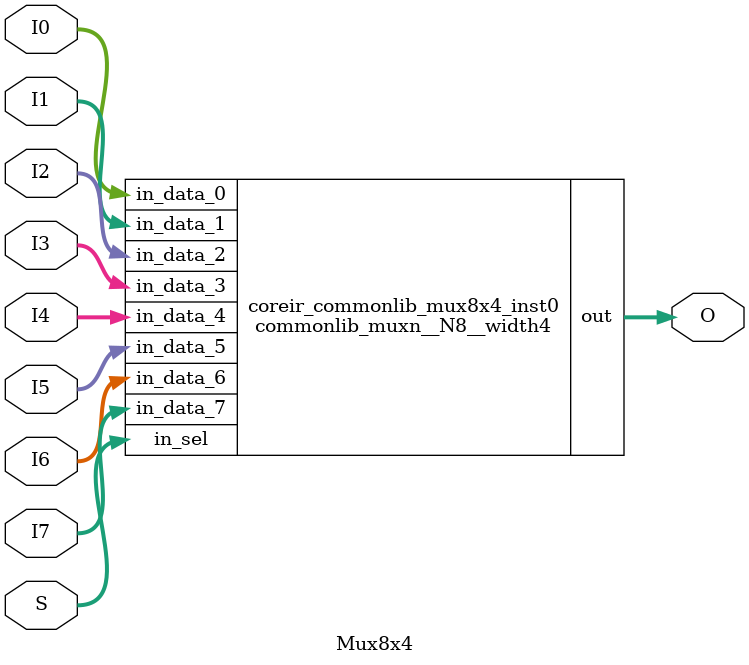
<source format=v>
module coreir_slice #(parameter hi = 1, parameter lo = 0, parameter width = 1) (input [width-1:0] in, output [hi-lo-1:0] out);
  assign out = in[hi-1:lo];
endmodule

module coreir_mux #(parameter width = 1) (input [width-1:0] in0, input [width-1:0] in1, input sel, output [width-1:0] out);
  assign out = sel ? in1 : in0;
endmodule

module commonlib_muxn__N2__width4 (input [3:0] in_data_0, input [3:0] in_data_1, input [0:0] in_sel, output [3:0] out);
coreir_mux #(.width(4)) _join(.in0(in_data_0), .in1(in_data_1), .out(out), .sel(in_sel[0]));
endmodule

module commonlib_muxn__N4__width4 (input [3:0] in_data_0, input [3:0] in_data_1, input [3:0] in_data_2, input [3:0] in_data_3, input [1:0] in_sel, output [3:0] out);
wire [3:0] muxN_0_out;
wire [3:0] muxN_1_out;
wire [0:0] sel_slice0_out;
wire [0:0] sel_slice1_out;
coreir_mux #(.width(4)) _join(.in0(muxN_0_out), .in1(muxN_1_out), .out(out), .sel(in_sel[1]));
commonlib_muxn__N2__width4 muxN_0(.in_data_0(in_data_0), .in_data_1(in_data_1), .in_sel(sel_slice0_out), .out(muxN_0_out));
commonlib_muxn__N2__width4 muxN_1(.in_data_0(in_data_2), .in_data_1(in_data_3), .in_sel(sel_slice1_out), .out(muxN_1_out));
coreir_slice #(.hi(1), .lo(0), .width(2)) sel_slice0(.in(in_sel), .out(sel_slice0_out));
coreir_slice #(.hi(1), .lo(0), .width(2)) sel_slice1(.in(in_sel), .out(sel_slice1_out));
endmodule

module commonlib_muxn__N8__width4 (input [3:0] in_data_0, input [3:0] in_data_1, input [3:0] in_data_2, input [3:0] in_data_3, input [3:0] in_data_4, input [3:0] in_data_5, input [3:0] in_data_6, input [3:0] in_data_7, input [2:0] in_sel, output [3:0] out);
wire [3:0] muxN_0_out;
wire [3:0] muxN_1_out;
wire [1:0] sel_slice0_out;
wire [1:0] sel_slice1_out;
coreir_mux #(.width(4)) _join(.in0(muxN_0_out), .in1(muxN_1_out), .out(out), .sel(in_sel[2]));
commonlib_muxn__N4__width4 muxN_0(.in_data_0(in_data_0), .in_data_1(in_data_1), .in_data_2(in_data_2), .in_data_3(in_data_3), .in_sel(sel_slice0_out), .out(muxN_0_out));
commonlib_muxn__N4__width4 muxN_1(.in_data_0(in_data_4), .in_data_1(in_data_5), .in_data_2(in_data_6), .in_data_3(in_data_7), .in_sel(sel_slice1_out), .out(muxN_1_out));
coreir_slice #(.hi(2), .lo(0), .width(3)) sel_slice0(.in(in_sel), .out(sel_slice0_out));
coreir_slice #(.hi(2), .lo(0), .width(3)) sel_slice1(.in(in_sel), .out(sel_slice1_out));
endmodule

module Mux8x4 (input [3:0] I0, input [3:0] I1, input [3:0] I2, input [3:0] I3, input [3:0] I4, input [3:0] I5, input [3:0] I6, input [3:0] I7, output [3:0] O, input [2:0] S);
commonlib_muxn__N8__width4 coreir_commonlib_mux8x4_inst0(.in_data_0(I0), .in_data_1(I1), .in_data_2(I2), .in_data_3(I3), .in_data_4(I4), .in_data_5(I5), .in_data_6(I6), .in_data_7(I7), .in_sel(S), .out(O));
endmodule


</source>
